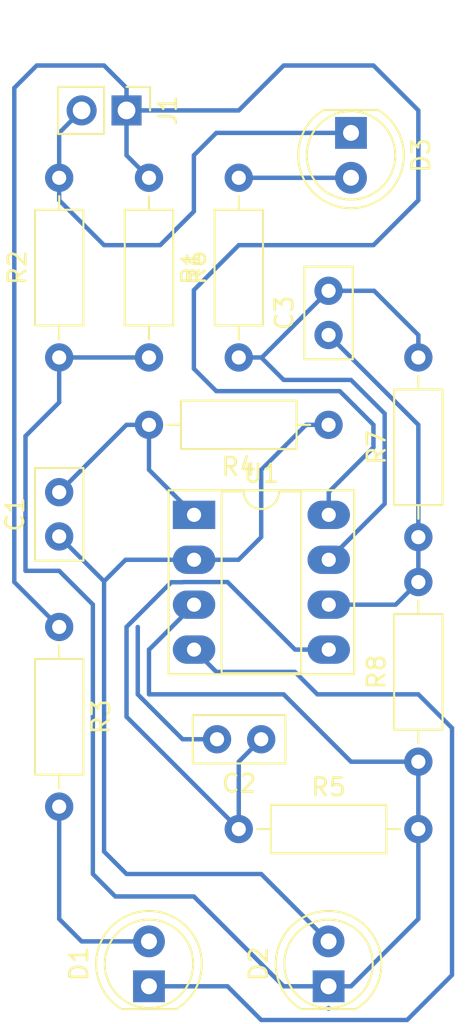
<source format=kicad_pcb>
(kicad_pcb (version 20221018) (generator pcbnew)
  (layers (0 "F.Cu" signal) (31 "B.Cu" signal) (34 "B.Paste" user) (35 "F.Paste" user) (36 "B.SilkS" user "B.Silkscreen") (37 "F.SilkS" user "F.Silkscreen") (38 "B.Mask" user) (39 "F.Mask" user) (44 "Edge.Cuts" user))
  (net 0 "")
  (net 1 "Net-(D2-A)")
  (net 2 "Net-(C1-Pad2)")
  (net 3 "Net-(U1B-+)")
  (net 4 "Net-(U1B--)")
  (net 5 "Net-(C3-Pad2)")
  (net 6 "Vss")
  (net 7 "Net-(D1-A)")
  (net 8 "GND")
  (net 9 "Net-(D3-A)")
  (net 10 "Vcc")
  (footprint "Resistor_THT:R_Axial_DIN0207_L6.3mm_D2.5mm_P10.16mm_Horizontal" (layer "F.Cu") (at 91.44 59.69 -90)
    (fp_text reference "R3" (at 5.08 -2.37 90) (layer "F.SilkS"))
    (fp_text value "470R")
    (fp_line (start 1.04 0) (end 1.81 0) (stroke (width 0.12)) (layer "F.SilkS"))
    (fp_line (start 1.81 -1.37) (end 1.81 1.37) (stroke (width 0.12)) (layer "F.SilkS"))
    (fp_line (start 1.81 1.37) (end 8.35 1.37) (stroke (width 0.12)) (layer "F.SilkS"))
    (fp_line (start 8.35 -1.37) (end 1.81 -1.37) (stroke (width 0.12)) (layer "F.SilkS"))
    (fp_line (start 8.35 1.37) (end 8.35 -1.37) (stroke (width 0.12)) (layer "F.SilkS"))
    (fp_line (start 9.12 0) (end 8.35 0) (stroke (width 0.12)) (layer "F.SilkS"))
    (pad "1" thru_hole circle (at 0 0 270) (size 1.6 1.6) (drill 0.8) (layers "*.Cu" "*.Mask") (net 10 "Vcc"))
    (pad "2" thru_hole oval (at 10.16 0 270) (size 1.6 1.6) (drill 0.8) (layers "*.Cu" "*.Mask") (net 7 "Net-(D1-A)"))
  )
  (footprint "Capacitor_THT:C_Disc_D5.0mm_W2.5mm_P2.50mm" (layer "F.Cu") (at 102.87 66.04 180)
    (fp_text reference "C2" (at 1.25 -2.5) (layer "F.SilkS"))
    (fp_text value "C_Polarized")
    (fp_line (start -1.37 -1.37) (end -1.37 1.37) (stroke (width 0.12)) (layer "F.SilkS"))
    (fp_line (start -1.37 -1.37) (end 3.87 -1.37) (stroke (width 0.12)) (layer "F.SilkS"))
    (fp_line (start -1.37 1.37) (end 3.87 1.37) (stroke (width 0.12)) (layer "F.SilkS"))
    (fp_line (start 3.87 -1.37) (end 3.87 1.37) (stroke (width 0.12)) (layer "F.SilkS"))
    (pad "1" thru_hole circle (at 0 0 180) (size 1.6 1.6) (drill 0.8) (layers "*.Cu" "*.Mask") (net 3 "Net-(U1B-+)"))
    (pad "2" thru_hole circle (at 2.5 0 180) (size 1.6 1.6) (drill 0.8) (layers "*.Cu" "*.Mask") (net 2 "Net-(C1-Pad2)"))
  )
  (footprint "Capacitor_THT:C_Disc_D5.0mm_W2.5mm_P2.50mm" (layer "F.Cu") (at 106.68 43.18 90)
    (fp_text reference "C3" (at 1.25 -2.5 90) (layer "F.SilkS"))
    (fp_text value "100n")
    (fp_line (start -1.37 -1.37) (end -1.37 1.37) (stroke (width 0.12)) (layer "F.SilkS"))
    (fp_line (start -1.37 -1.37) (end 3.87 -1.37) (stroke (width 0.12)) (layer "F.SilkS"))
    (fp_line (start -1.37 1.37) (end 3.87 1.37) (stroke (width 0.12)) (layer "F.SilkS"))
    (fp_line (start 3.87 -1.37) (end 3.87 1.37) (stroke (width 0.12)) (layer "F.SilkS"))
    (pad "1" thru_hole circle (at 0 0 90) (size 1.6 1.6) (drill 0.8) (layers "*.Cu" "*.Mask") (net 4 "Net-(U1B--)"))
    (pad "2" thru_hole circle (at 2.5 0 90) (size 1.6 1.6) (drill 0.8) (layers "*.Cu" "*.Mask") (net 5 "Net-(C3-Pad2)"))
  )
  (footprint "Resistor_THT:R_Axial_DIN0207_L6.3mm_D2.5mm_P10.16mm_Horizontal" (layer "F.Cu") (at 101.6 44.45 90)
    (fp_text reference "R6" (at 5.08 -2.37 90) (layer "F.SilkS"))
    (fp_text value "1k")
    (fp_line (start 1.04 0) (end 1.81 0) (stroke (width 0.12)) (layer "F.SilkS"))
    (fp_line (start 1.81 -1.37) (end 1.81 1.37) (stroke (width 0.12)) (layer "F.SilkS"))
    (fp_line (start 1.81 1.37) (end 8.35 1.37) (stroke (width 0.12)) (layer "F.SilkS"))
    (fp_line (start 8.35 -1.37) (end 1.81 -1.37) (stroke (width 0.12)) (layer "F.SilkS"))
    (fp_line (start 8.35 1.37) (end 8.35 -1.37) (stroke (width 0.12)) (layer "F.SilkS"))
    (fp_line (start 9.12 0) (end 8.35 0) (stroke (width 0.12)) (layer "F.SilkS"))
    (pad "1" thru_hole circle (at 0 0 90) (size 1.6 1.6) (drill 0.8) (layers "*.Cu" "*.Mask") (net 5 "Net-(C3-Pad2)"))
    (pad "2" thru_hole oval (at 10.16 0 90) (size 1.6 1.6) (drill 0.8) (layers "*.Cu" "*.Mask") (net 9 "Net-(D3-A)"))
  )
  (footprint "Resistor_THT:R_Axial_DIN0207_L6.3mm_D2.5mm_P10.16mm_Horizontal" (layer "F.Cu") (at 91.44 44.45 90)
    (fp_text reference "R2" (at 5.08 -2.37 90) (layer "F.SilkS"))
    (fp_text value "1k")
    (fp_line (start 1.04 0) (end 1.81 0) (stroke (width 0.12)) (layer "F.SilkS"))
    (fp_line (start 1.81 -1.37) (end 1.81 1.37) (stroke (width 0.12)) (layer "F.SilkS"))
    (fp_line (start 1.81 1.37) (end 8.35 1.37) (stroke (width 0.12)) (layer "F.SilkS"))
    (fp_line (start 8.35 -1.37) (end 1.81 -1.37) (stroke (width 0.12)) (layer "F.SilkS"))
    (fp_line (start 8.35 1.37) (end 8.35 -1.37) (stroke (width 0.12)) (layer "F.SilkS"))
    (fp_line (start 9.12 0) (end 8.35 0) (stroke (width 0.12)) (layer "F.SilkS"))
    (pad "1" thru_hole circle (at 0 0 90) (size 1.6 1.6) (drill 0.8) (layers "*.Cu" "*.Mask") (net 8 "GND"))
    (pad "2" thru_hole oval (at 10.16 0 90) (size 1.6 1.6) (drill 0.8) (layers "*.Cu" "*.Mask") (net 6 "Vss"))
  )
  (footprint "Connector_PinHeader_2.54mm:PinHeader_1x02_P2.54mm_Vertical" (layer "F.Cu") (at 95.25 30.48 -90)
    (fp_text reference "J1" (at 0 -2.33 90) (layer "F.SilkS"))
    (fp_text value "Conn_01x02_Pin")
    (fp_line (start -1.33 -1.33) (end 0 -1.33) (stroke (width 0.12)) (layer "F.SilkS"))
    (fp_line (start -1.33 0) (end -1.33 -1.33) (stroke (width 0.12)) (layer "F.SilkS"))
    (fp_line (start -1.33 1.27) (end -1.33 3.87) (stroke (width 0.12)) (layer "F.SilkS"))
    (fp_line (start -1.33 1.27) (end 1.33 1.27) (stroke (width 0.12)) (layer "F.SilkS"))
    (fp_line (start -1.33 3.87) (end 1.33 3.87) (stroke (width 0.12)) (layer "F.SilkS"))
    (fp_line (start 1.33 1.27) (end 1.33 3.87) (stroke (width 0.12)) (layer "F.SilkS"))
    (pad "1" thru_hole rect (at 0 0 270) (size 1.7 1.7) (drill 1) (layers "*.Cu" "*.Mask") (net 10 "Vcc"))
    (pad "2" thru_hole oval (at 0 2.54 270) (size 1.7 1.7) (drill 1) (layers "*.Cu" "*.Mask") (net 6 "Vss"))
  )
  (footprint "Resistor_THT:R_Axial_DIN0207_L6.3mm_D2.5mm_P10.16mm_Horizontal" (layer "F.Cu") (at 101.6 71.12)
    (fp_text reference "R5" (at 5.08 -2.37) (layer "F.SilkS"))
    (fp_text value "68k")
    (fp_line (start 1.04 0) (end 1.81 0) (stroke (width 0.12)) (layer "F.SilkS"))
    (fp_line (start 1.81 -1.37) (end 1.81 1.37) (stroke (width 0.12)) (layer "F.SilkS"))
    (fp_line (start 1.81 1.37) (end 8.35 1.37) (stroke (width 0.12)) (layer "F.SilkS"))
    (fp_line (start 8.35 -1.37) (end 1.81 -1.37) (stroke (width 0.12)) (layer "F.SilkS"))
    (fp_line (start 8.35 1.37) (end 8.35 -1.37) (stroke (width 0.12)) (layer "F.SilkS"))
    (fp_line (start 9.12 0) (end 8.35 0) (stroke (width 0.12)) (layer "F.SilkS"))
    (pad "1" thru_hole circle (at 0 0) (size 1.6 1.6) (drill 0.8) (layers "*.Cu" "*.Mask") (net 3 "Net-(U1B-+)"))
    (pad "2" thru_hole oval (at 10.16 0) (size 1.6 1.6) (drill 0.8) (layers "*.Cu" "*.Mask") (net 8 "GND"))
  )
  (footprint "Resistor_THT:R_Axial_DIN0207_L6.3mm_D2.5mm_P10.16mm_Horizontal" (layer "F.Cu") (at 96.52 34.29 -90)
    (fp_text reference "R1" (at 5.08 -2.37 90) (layer "F.SilkS"))
    (fp_text value "1k")
    (fp_line (start 1.04 0) (end 1.81 0) (stroke (width 0.12)) (layer "F.SilkS"))
    (fp_line (start 1.81 -1.37) (end 1.81 1.37) (stroke (width 0.12)) (layer "F.SilkS"))
    (fp_line (start 1.81 1.37) (end 8.35 1.37) (stroke (width 0.12)) (layer "F.SilkS"))
    (fp_line (start 8.35 -1.37) (end 1.81 -1.37) (stroke (width 0.12)) (layer "F.SilkS"))
    (fp_line (start 8.35 1.37) (end 8.35 -1.37) (stroke (width 0.12)) (layer "F.SilkS"))
    (fp_line (start 9.12 0) (end 8.35 0) (stroke (width 0.12)) (layer "F.SilkS"))
    (pad "1" thru_hole circle (at 0 0 270) (size 1.6 1.6) (drill 0.8) (layers "*.Cu" "*.Mask") (net 10 "Vcc"))
    (pad "2" thru_hole oval (at 10.16 0 270) (size 1.6 1.6) (drill 0.8) (layers "*.Cu" "*.Mask") (net 8 "GND"))
  )
  (footprint "Resistor_THT:R_Axial_DIN0207_L6.3mm_D2.5mm_P10.16mm_Horizontal" (layer "F.Cu") (at 111.76 67.31 90)
    (fp_text reference "R8" (at 5.08 -2.37 90) (layer "F.SilkS"))
    (fp_text value "4k7")
    (fp_line (start 1.04 0) (end 1.81 0) (stroke (width 0.12)) (layer "F.SilkS"))
    (fp_line (start 1.81 -1.37) (end 1.81 1.37) (stroke (width 0.12)) (layer "F.SilkS"))
    (fp_line (start 1.81 1.37) (end 8.35 1.37) (stroke (width 0.12)) (layer "F.SilkS"))
    (fp_line (start 8.35 -1.37) (end 1.81 -1.37) (stroke (width 0.12)) (layer "F.SilkS"))
    (fp_line (start 8.35 1.37) (end 8.35 -1.37) (stroke (width 0.12)) (layer "F.SilkS"))
    (fp_line (start 9.12 0) (end 8.35 0) (stroke (width 0.12)) (layer "F.SilkS"))
    (pad "1" thru_hole circle (at 0 0 90) (size 1.6 1.6) (drill 0.8) (layers "*.Cu" "*.Mask") (net 8 "GND"))
    (pad "2" thru_hole oval (at 10.16 0 90) (size 1.6 1.6) (drill 0.8) (layers "*.Cu" "*.Mask") (net 4 "Net-(U1B--)"))
  )
  (footprint "LED_THT:LED_D5.0mm" (layer "F.Cu") (at 107.95 31.75 -90)
    (fp_text reference "D3" (at 1.27 -3.96 90) (layer "F.SilkS"))
    (fp_text value "RED")
    (fp_line (start -1.29 -1.545) (end -1.29 1.545) (stroke (width 0.12)) (layer "F.SilkS"))
    (fp_arc (start -1.29 -1.54483) (mid 2.072002 -2.880433) (end 4.26 0.000462) (stroke (width 0.12)) (layer "F.SilkS"))
    (fp_arc (start 4.26 -0.000462) (mid 2.072002 2.880433) (end -1.29 1.54483) (stroke (width 0.12)) (layer "F.SilkS"))
    (fp_circle (center 1.27 0) (end 3.77 0) (stroke (width 0.12)) (fill none) (layer "F.SilkS"))
    (pad "1" thru_hole rect (at 0 0 270) (size 1.8 1.8) (drill 0.9) (layers "*.Cu" "*.Mask") (net 6 "Vss"))
    (pad "2" thru_hole circle (at 2.54 0 270) (size 1.8 1.8) (drill 0.9) (layers "*.Cu" "*.Mask") (net 9 "Net-(D3-A)"))
  )
  (footprint "Package_DIP:DIP-8_W7.62mm_Socket_LongPads" (layer "F.Cu") (at 99.07 53.35)
    (fp_text reference "U1" (at 3.81 -2.33) (layer "F.SilkS"))
    (fp_text value "LM358")
    (fp_line (start -1.44 -1.39) (end -1.44 9.01) (stroke (width 0.12)) (layer "F.SilkS"))
    (fp_line (start -1.44 9.01) (end 9.06 9.01) (stroke (width 0.12)) (layer "F.SilkS"))
    (fp_line (start 1.56 -1.33) (end 1.56 8.95) (stroke (width 0.12)) (layer "F.SilkS"))
    (fp_line (start 1.56 8.95) (end 6.06 8.95) (stroke (width 0.12)) (layer "F.SilkS"))
    (fp_line (start 2.81 -1.33) (end 1.56 -1.33) (stroke (width 0.12)) (layer "F.SilkS"))
    (fp_line (start 6.06 -1.33) (end 4.81 -1.33) (stroke (width 0.12)) (layer "F.SilkS"))
    (fp_line (start 6.06 8.95) (end 6.06 -1.33) (stroke (width 0.12)) (layer "F.SilkS"))
    (fp_line (start 9.06 -1.39) (end -1.44 -1.39) (stroke (width 0.12)) (layer "F.SilkS"))
    (fp_line (start 9.06 9.01) (end 9.06 -1.39) (stroke (width 0.12)) (layer "F.SilkS"))
    (fp_arc (start 4.81 -1.33) (mid 3.81 -0.33) (end 2.81 -1.33) (stroke (width 0.12)) (layer "F.SilkS"))
    (pad "1" thru_hole rect (at 0 0) (size 2.4 1.6) (drill 0.8) (layers "*.Cu" "*.Mask") (net 2 "Net-(C1-Pad2)"))
    (pad "2" thru_hole oval (at 0 2.54) (size 2.4 1.6) (drill 0.8) (layers "*.Cu" "*.Mask") (net 1 "Net-(D2-A)"))
    (pad "3" thru_hole oval (at 0 5.08) (size 2.4 1.6) (drill 0.8) (layers "*.Cu" "*.Mask") (net 8 "GND"))
    (pad "4" thru_hole oval (at 0 7.62) (size 2.4 1.6) (drill 0.8) (layers "*.Cu" "*.Mask") (net 6 "Vss"))
    (pad "5" thru_hole oval (at 7.62 7.62) (size 2.4 1.6) (drill 0.8) (layers "*.Cu" "*.Mask") (net 3 "Net-(U1B-+)"))
    (pad "6" thru_hole oval (at 7.62 5.08) (size 2.4 1.6) (drill 0.8) (layers "*.Cu" "*.Mask") (net 4 "Net-(U1B--)"))
    (pad "7" thru_hole oval (at 7.62 2.54) (size 2.4 1.6) (drill 0.8) (layers "*.Cu" "*.Mask") (net 5 "Net-(C3-Pad2)"))
    (pad "8" thru_hole oval (at 7.62 0) (size 2.4 1.6) (drill 0.8) (layers "*.Cu" "*.Mask") (net 10 "Vcc"))
  )
  (footprint "LED_THT:LED_D5.0mm" (layer "F.Cu") (at 96.52 80.01 90)
    (fp_text reference "D1" (at 1.27 -3.96 90) (layer "F.SilkS"))
    (fp_text value "IR850nm")
    (fp_line (start -1.29 -1.545) (end -1.29 1.545) (stroke (width 0.12)) (layer "F.SilkS"))
    (fp_arc (start -1.29 -1.54483) (mid 2.072002 -2.880433) (end 4.26 0.000462) (stroke (width 0.12)) (layer "F.SilkS"))
    (fp_arc (start 4.26 -0.000462) (mid 2.072002 2.880433) (end -1.29 1.54483) (stroke (width 0.12)) (layer "F.SilkS"))
    (fp_circle (center 1.27 0) (end 3.77 0) (stroke (width 0.12)) (fill none) (layer "F.SilkS"))
    (pad "1" thru_hole rect (at 0 0 90) (size 1.8 1.8) (drill 0.9) (layers "*.Cu" "*.Mask") (net 6 "Vss"))
    (pad "2" thru_hole circle (at 2.54 0 90) (size 1.8 1.8) (drill 0.9) (layers "*.Cu" "*.Mask") (net 7 "Net-(D1-A)"))
  )
  (footprint "Resistor_THT:R_Axial_DIN0207_L6.3mm_D2.5mm_P10.16mm_Horizontal" (layer "F.Cu") (at 111.76 54.61 90)
    (fp_text reference "R7" (at 5.08 -2.37 90) (layer "F.SilkS"))
    (fp_text value "680k")
    (fp_line (start 1.04 0) (end 1.81 0) (stroke (width 0.12)) (layer "F.SilkS"))
    (fp_line (start 1.81 -1.37) (end 1.81 1.37) (stroke (width 0.12)) (layer "F.SilkS"))
    (fp_line (start 1.81 1.37) (end 8.35 1.37) (stroke (width 0.12)) (layer "F.SilkS"))
    (fp_line (start 8.35 -1.37) (end 1.81 -1.37) (stroke (width 0.12)) (layer "F.SilkS"))
    (fp_line (start 8.35 1.37) (end 8.35 -1.37) (stroke (width 0.12)) (layer "F.SilkS"))
    (fp_line (start 9.12 0) (end 8.35 0) (stroke (width 0.12)) (layer "F.SilkS"))
    (pad "1" thru_hole circle (at 0 0 90) (size 1.6 1.6) (drill 0.8) (layers "*.Cu" "*.Mask") (net 4 "Net-(U1B--)"))
    (pad "2" thru_hole oval (at 10.16 0 90) (size 1.6 1.6) (drill 0.8) (layers "*.Cu" "*.Mask") (net 5 "Net-(C3-Pad2)"))
  )
  (footprint "Capacitor_THT:C_Disc_D5.0mm_W2.5mm_P2.50mm" (layer "F.Cu") (at 91.44 54.57 90)
    (fp_text reference "C1" (at 1.25 -2.5 90) (layer "F.SilkS"))
    (fp_text value "47n")
    (fp_line (start -1.37 -1.37) (end -1.37 1.37) (stroke (width 0.12)) (layer "F.SilkS"))
    (fp_line (start -1.37 -1.37) (end 3.87 -1.37) (stroke (width 0.12)) (layer "F.SilkS"))
    (fp_line (start -1.37 1.37) (end 3.87 1.37) (stroke (width 0.12)) (layer "F.SilkS"))
    (fp_line (start 3.87 -1.37) (end 3.87 1.37) (stroke (width 0.12)) (layer "F.SilkS"))
    (pad "1" thru_hole circle (at 0 0 90) (size 1.6 1.6) (drill 0.8) (layers "*.Cu" "*.Mask") (net 1 "Net-(D2-A)"))
    (pad "2" thru_hole circle (at 2.5 0 90) (size 1.6 1.6) (drill 0.8) (layers "*.Cu" "*.Mask") (net 2 "Net-(C1-Pad2)"))
  )
  (footprint "Resistor_THT:R_Axial_DIN0207_L6.3mm_D2.5mm_P10.16mm_Horizontal" (layer "F.Cu") (at 106.68 48.26 180)
    (fp_text reference "R4" (at 5.08 -2.37) (layer "F.SilkS"))
    (fp_text value "1M")
    (fp_line (start 1.04 0) (end 1.81 0) (stroke (width 0.12)) (layer "F.SilkS"))
    (fp_line (start 1.81 -1.37) (end 1.81 1.37) (stroke (width 0.12)) (layer "F.SilkS"))
    (fp_line (start 1.81 1.37) (end 8.35 1.37) (stroke (width 0.12)) (layer "F.SilkS"))
    (fp_line (start 8.35 -1.37) (end 1.81 -1.37) (stroke (width 0.12)) (layer "F.SilkS"))
    (fp_line (start 8.35 1.37) (end 8.35 -1.37) (stroke (width 0.12)) (layer "F.SilkS"))
    (fp_line (start 9.12 0) (end 8.35 0) (stroke (width 0.12)) (layer "F.SilkS"))
    (pad "1" thru_hole circle (at 0 0 180) (size 1.6 1.6) (drill 0.8) (layers "*.Cu" "*.Mask") (net 1 "Net-(D2-A)"))
    (pad "2" thru_hole oval (at 10.16 0 180) (size 1.6 1.6) (drill 0.8) (layers "*.Cu" "*.Mask") (net 2 "Net-(C1-Pad2)"))
  )
  (footprint "LED_THT:LED_D5.0mm" (layer "F.Cu") (at 106.68 80.01 90)
    (fp_text reference "D2" (at 1.27 -3.96 90) (layer "F.SilkS"))
    (fp_text value "D_Photo")
    (fp_line (start -1.29 -1.545) (end -1.29 1.545) (stroke (width 0.12)) (layer "F.SilkS"))
    (fp_arc (start -1.29 -1.54483) (mid 2.072002 -2.880433) (end 4.26 0.000462) (stroke (width 0.12)) (layer "F.SilkS"))
    (fp_arc (start 4.26 -0.000462) (mid 2.072002 2.880433) (end -1.29 1.54483) (stroke (width 0.12)) (layer "F.SilkS"))
    (fp_circle (center 1.27 0) (end 3.77 0) (stroke (width 0.12)) (fill none) (layer "F.SilkS"))
    (pad "1" thru_hole rect (at 0 0 90) (size 1.8 1.8) (drill 0.9) (layers "*.Cu" "*.Mask") (net 8 "GND"))
    (pad "2" thru_hole circle (at 2.54 0 90) (size 1.8 1.8) (drill 0.9) (layers "*.Cu" "*.Mask") (net 1 "Net-(D2-A)"))
  )
  (segment (start 106.68 81.28) (end 106.68 81.235) (width 0.25) (layer "B.Cu") (net 0))
  (segment (start 102.87 54.61) (end 102.87 50.8) (width 0.25) (layer "B.Cu") (net 1))
  (segment (start 95.2 55.89) (end 93.98 57.11) (width 0.25) (layer "B.Cu") (net 1))
  (segment (start 101.59 55.89) (end 102.87 54.61) (width 0.25) (layer "B.Cu") (net 1))
  (segment (start 106.68 77.47) (end 102.87 73.66) (width 0.25) (layer "B.Cu") (net 1))
  (segment (start 105.41 48.26) (end 106.68 48.26) (width 0.25) (layer "B.Cu") (net 1))
  (segment (start 99.07 55.89) (end 101.59 55.89) (width 0.25) (layer "B.Cu") (net 1))
  (segment (start 102.87 50.8) (end 105.41 48.26) (width 0.25) (layer "B.Cu") (net 1))
  (segment (start 99.07 55.89) (end 95.2 55.89) (width 0.25) (layer "B.Cu") (net 1))
  (segment (start 95.25 73.66) (end 93.98 72.39) (width 0.25) (layer "B.Cu") (net 1))
  (segment (start 93.98 72.39) (end 93.98 60.96) (width 0.25) (layer "B.Cu") (net 1))
  (segment (start 102.87 73.66) (end 95.25 73.66) (width 0.25) (layer "B.Cu") (net 1))
  (segment (start 93.98 57.11) (end 91.44 54.57) (width 0.25) (layer "B.Cu") (net 1))
  (segment (start 93.98 60.96) (end 93.98 57.11) (width 0.25) (layer "B.Cu") (net 1))
  (segment (start 98.423604 66.04) (end 95.885698 63.502094) (width 0.25) (layer "B.Cu") (net 2))
  (segment (start 95.885698 63.502094) (end 95.885698 59.690698) (width 0.25) (layer "B.Cu") (net 2))
  (segment (start 96.52 48.26) (end 95.25 48.26) (width 0.25) (layer "B.Cu") (net 2))
  (segment (start 96.52 50.8) (end 96.52 48.26) (width 0.25) (layer "B.Cu") (net 2))
  (segment (start 99.07 53.35) (end 96.52 50.8) (width 0.25) (layer "B.Cu") (net 2))
  (segment (start 95.25 48.26) (end 91.44 52.07) (width 0.25) (layer "B.Cu") (net 2))
  (segment (start 100.37 66.04) (end 98.423604 66.04) (width 0.25) (layer "B.Cu") (net 2))
  (segment (start 98.446396 57.15) (end 98.435698 57.160698) (width 0.25) (layer "B.Cu") (net 3))
  (segment (start 97.779302 57.160698) (end 95.25 59.69) (width 0.25) (layer "B.Cu") (net 3))
  (segment (start 95.25 59.69) (end 95.25 64.77) (width 0.25) (layer "B.Cu") (net 3))
  (segment (start 95.25 64.77) (end 101.6 71.12) (width 0.25) (layer "B.Cu") (net 3))
  (segment (start 100.965 57.15) (end 98.446396 57.15) (width 0.25) (layer "B.Cu") (net 3))
  (segment (start 98.435698 57.160698) (end 97.779302 57.160698) (width 0.25) (layer "B.Cu") (net 3))
  (segment (start 106.69 60.97) (end 104.785 60.97) (width 0.25) (layer "B.Cu") (net 3))
  (segment (start 101.6 71.12) (end 101.6 67.31) (width 0.25) (layer "B.Cu") (net 3))
  (segment (start 101.6 67.31) (end 102.87 66.04) (width 0.25) (layer "B.Cu") (net 3))
  (segment (start 104.785 60.97) (end 100.965 57.15) (width 0.25) (layer "B.Cu") (net 3))
  (segment (start 106.69 58.43) (end 110.48 58.43) (width 0.25) (layer "B.Cu") (net 4))
  (segment (start 111.76 48.26) (end 111.76 54.61) (width 0.25) (layer "B.Cu") (net 4))
  (segment (start 111.76 57.15) (end 111.76 54.61) (width 0.25) (layer "B.Cu") (net 4))
  (segment (start 106.68 43.18) (end 111.76 48.26) (width 0.25) (layer "B.Cu") (net 4))
  (segment (start 110.48 58.43) (end 111.76 57.15) (width 0.25) (layer "B.Cu") (net 4))
  (segment (start 111.76 43.18) (end 109.26 40.68) (width 0.25) (layer "B.Cu") (net 5))
  (segment (start 102.91 44.45) (end 106.68 40.68) (width 0.25) (layer "B.Cu") (net 5))
  (segment (start 111.76 44.45) (end 111.76 43.18) (width 0.25) (layer "B.Cu") (net 5))
  (segment (start 109.855 52.725) (end 109.855 47.625) (width 0.25) (layer "B.Cu") (net 5))
  (segment (start 107.95 45.72) (end 104.14 45.72) (width 0.25) (layer "B.Cu") (net 5))
  (segment (start 104.14 45.72) (end 102.87 44.45) (width 0.25) (layer "B.Cu") (net 5))
  (segment (start 102.87 44.45) (end 101.6 44.45) (width 0.25) (layer "B.Cu") (net 5))
  (segment (start 106.69 55.89) (end 109.855 52.725) (width 0.25) (layer "B.Cu") (net 5))
  (segment (start 102.87 44.45) (end 102.91 44.45) (width 0.25) (layer "B.Cu") (net 5))
  (segment (start 109.855 47.625) (end 107.95 45.72) (width 0.25) (layer "B.Cu") (net 5))
  (segment (start 109.26 40.68) (end 106.68 40.68) (width 0.25) (layer "B.Cu") (net 5))
  (segment (start 100.965 80.01) (end 102.87 81.915) (width 0.25) (layer "B.Cu") (net 6))
  (segment (start 91.44 31.75) (end 92.71 30.48) (width 0.25) (layer "B.Cu") (net 6))
  (segment (start 111.76 63.5) (end 106.045 63.5) (width 0.25) (layer "B.Cu") (net 6))
  (segment (start 102.87 81.915) (end 111.125 81.915) (width 0.25) (layer "B.Cu") (net 6))
  (segment (start 93.98 38.1) (end 97.155 38.1) (width 0.25) (layer "B.Cu") (net 6))
  (segment (start 100.33 62.23) (end 99.07 60.97) (width 0.25) (layer "B.Cu") (net 6))
  (segment (start 106.045 63.5) (end 104.775 62.23) (width 0.25) (layer "B.Cu") (net 6))
  (segment (start 96.52 80.01) (end 100.965 80.01) (width 0.25) (layer "B.Cu") (net 6))
  (segment (start 104.775 62.23) (end 100.33 62.23) (width 0.25) (layer "B.Cu") (net 6))
  (segment (start 113.665 65.405) (end 111.76 63.5) (width 0.25) (layer "B.Cu") (net 6))
  (segment (start 99.06 33.02) (end 100.33 31.75) (width 0.25) (layer "B.Cu") (net 6))
  (segment (start 100.33 31.75) (end 107.95 31.75) (width 0.25) (layer "B.Cu") (net 6))
  (segment (start 111.125 81.915) (end 113.665 79.375) (width 0.25) (layer "B.Cu") (net 6))
  (segment (start 99.06 36.195) (end 99.06 33.02) (width 0.25) (layer "B.Cu") (net 6))
  (segment (start 97.155 38.1) (end 99.06 36.195) (width 0.25) (layer "B.Cu") (net 6))
  (segment (start 91.44 35.56) (end 93.98 38.1) (width 0.25) (layer "B.Cu") (net 6))
  (segment (start 91.44 34.29) (end 91.44 35.56) (width 0.25) (layer "B.Cu") (net 6))
  (segment (start 91.44 34.29) (end 91.44 31.75) (width 0.25) (layer "B.Cu") (net 6))
  (segment (start 113.665 79.375) (end 113.665 65.405) (width 0.25) (layer "B.Cu") (net 6))
  (segment (start 92.71 77.47) (end 96.52 77.47) (width 0.25) (layer "B.Cu") (net 7))
  (segment (start 91.44 76.2) (end 92.71 77.47) (width 0.25) (layer "B.Cu") (net 7))
  (segment (start 91.44 69.85) (end 91.44 76.2) (width 0.25) (layer "B.Cu") (net 7))
  (segment (start 111.76 71.12) (end 111.76 67.31) (width 0.25) (layer "B.Cu") (net 8))
  (segment (start 107.95 67.31) (end 104.14 63.5) (width 0.25) (layer "B.Cu") (net 8))
  (segment (start 93.345 73.66) (end 94.615 74.93) (width 0.25) (layer "B.Cu") (net 8))
  (segment (start 89.535 48.895) (end 89.535 56.515) (width 0.25) (layer "B.Cu") (net 8))
  (segment (start 96.54 60.96) (end 99.07 58.43) (width 0.25) (layer "B.Cu") (net 8))
  (segment (start 94.615 74.93) (end 99.06 74.93) (width 0.25) (layer "B.Cu") (net 8))
  (segment (start 107.95 80.01) (end 111.76 76.2) (width 0.25) (layer "B.Cu") (net 8))
  (segment (start 104.14 63.5) (end 96.52 63.5) (width 0.25) (layer "B.Cu") (net 8))
  (segment (start 104.14 80.01) (end 106.68 80.01) (width 0.25) (layer "B.Cu") (net 8))
  (segment (start 91.44 44.45) (end 96.52 44.45) (width 0.25) (layer "B.Cu") (net 8))
  (segment (start 96.52 63.5) (end 96.52 60.96) (width 0.25) (layer "B.Cu") (net 8))
  (segment (start 91.44 56.515) (end 93.345 58.42) (width 0.25) (layer "B.Cu") (net 8))
  (segment (start 91.44 44.45) (end 91.44 46.99) (width 0.25) (layer "B.Cu") (net 8))
  (segment (start 91.44 46.99) (end 89.535 48.895) (width 0.25) (layer "B.Cu") (net 8))
  (segment (start 89.535 56.515) (end 91.44 56.515) (width 0.25) (layer "B.Cu") (net 8))
  (segment (start 106.68 80.01) (end 107.95 80.01) (width 0.25) (layer "B.Cu") (net 8))
  (segment (start 111.76 76.2) (end 111.76 71.12) (width 0.25) (layer "B.Cu") (net 8))
  (segment (start 111.76 67.31) (end 107.95 67.31) (width 0.25) (layer "B.Cu") (net 8))
  (segment (start 96.52 60.96) (end 96.54 60.96) (width 0.25) (layer "B.Cu") (net 8))
  (segment (start 93.345 58.42) (end 93.345 73.66) (width 0.25) (layer "B.Cu") (net 8))
  (segment (start 99.06 74.93) (end 104.14 80.01) (width 0.25) (layer "B.Cu") (net 8))
  (segment (start 107.95 34.29) (end 101.6 34.29) (width 0.25) (layer "B.Cu") (net 9))
  (segment (start 95.25 29.21) (end 95.25 30.48) (width 0.25) (layer "B.Cu") (net 10))
  (segment (start 101.6 38.1) (end 109.22 38.1) (width 0.25) (layer "B.Cu") (net 10))
  (segment (start 109.22 27.94) (end 104.14 27.94) (width 0.25) (layer "B.Cu") (net 10))
  (segment (start 90.17 27.94) (end 93.98 27.94) (width 0.25) (layer "B.Cu") (net 10))
  (segment (start 106.69 52.06) (end 109.22 49.53) (width 0.25) (layer "B.Cu") (net 10))
  (segment (start 101.6 30.48) (end 95.25 30.48) (width 0.25) (layer "B.Cu") (net 10))
  (segment (start 106.69 53.35) (end 106.69 52.06) (width 0.25) (layer "B.Cu") (net 10))
  (segment (start 104.14 27.94) (end 101.6 30.48) (width 0.25) (layer "B.Cu") (net 10))
  (segment (start 111.76 35.56) (end 111.76 30.48) (width 0.25) (layer "B.Cu") (net 10))
  (segment (start 99.06 40.64) (end 101.6 38.1) (width 0.25) (layer "B.Cu") (net 10))
  (segment (start 109.22 48.26) (end 107.315 46.355) (width 0.25) (layer "B.Cu") (net 10))
  (segment (start 99.06 45.085) (end 99.06 40.64) (width 0.25) (layer "B.Cu") (net 10))
  (segment (start 107.315 46.355) (end 100.33 46.355) (width 0.25) (layer "B.Cu") (net 10))
  (segment (start 111.76 30.48) (end 109.22 27.94) (width 0.25) (layer "B.Cu") (net 10))
  (segment (start 91.44 59.69) (end 88.9 57.15) (width 0.25) (layer "B.Cu") (net 10))
  (segment (start 93.98 27.94) (end 95.25 29.21) (width 0.25) (layer "B.Cu") (net 10))
  (segment (start 95.25 30.48) (end 95.25 33.02) (width 0.25) (layer "B.Cu") (net 10))
  (segment (start 88.9 57.15) (end 88.9 29.21) (width 0.25) (layer "B.Cu") (net 10))
  (segment (start 88.9 29.21) (end 90.17 27.94) (width 0.25) (layer "B.Cu") (net 10))
  (segment (start 109.22 49.53) (end 109.22 48.26) (width 0.25) (layer "B.Cu") (net 10))
  (segment (start 100.33 46.355) (end 99.06 45.085) (width 0.25) (layer "B.Cu") (net 10))
  (segment (start 109.22 38.1) (end 111.76 35.56) (width 0.25) (layer "B.Cu") (net 10))
  (segment (start 95.25 33.02) (end 96.52 34.29) (width 0.25) (layer "B.Cu") (net 10))
)
</source>
